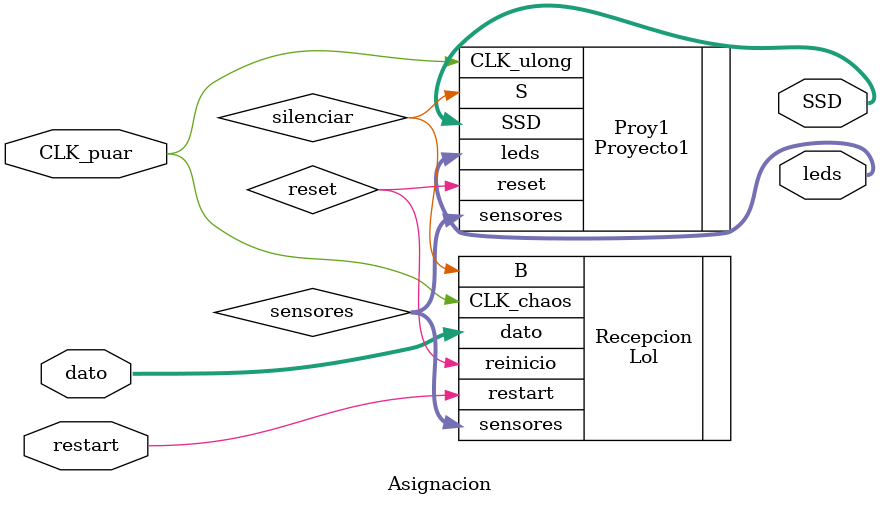
<source format=v>
module Asignacion(
	input wire CLK_puar, restart,
	input wire [7:0] dato,
	output wire [10:0] SSD,
	output wire [2:0] leds);
	
	wire [3:0] sensores;
	wire reset, corto, gas, humo, temp, silenciar;
	
	Proyecto1 Proy1(
		.CLK_ulong(CLK_puar), .reset(reset), .sensores(sensores), .S(silenciar), .SSD(SSD), .leds(leds));

	Lol Recepcion(
		.CLK_chaos(CLK_puar), .restart(restart), .dato(dato), .sensores(sensores), .B(silenciar), .reinicio(reset));

endmodule

</source>
